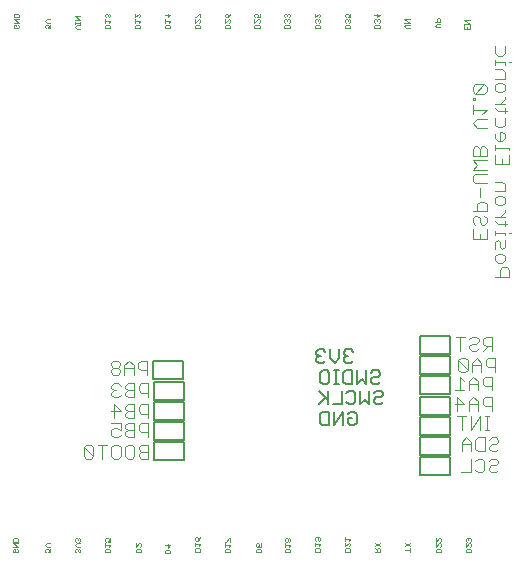
<source format=gbr>
G04 EAGLE Gerber RS-274X export*
G75*
%MOMM*%
%FSLAX34Y34*%
%LPD*%
%INSilkscreen Bottom*%
%IPPOS*%
%AMOC8*
5,1,8,0,0,1.08239X$1,22.5*%
G01*
%ADD10C,0.050800*%
%ADD11C,0.101600*%
%ADD12C,0.127000*%
%ADD13C,0.152400*%


D10*
X80836Y211531D02*
X81585Y210782D01*
X81585Y209283D01*
X80836Y208534D01*
X77838Y208534D01*
X77089Y209283D01*
X77089Y210782D01*
X77838Y211531D01*
X79337Y211531D01*
X79337Y210033D01*
X77089Y213138D02*
X81585Y213138D01*
X77089Y216135D01*
X81585Y216135D01*
X81585Y217742D02*
X77089Y217742D01*
X77089Y219990D01*
X77838Y220739D01*
X80836Y220739D01*
X81585Y219990D01*
X81585Y217742D01*
X108255Y211531D02*
X108255Y208534D01*
X106007Y208534D01*
X106756Y210033D01*
X106756Y210782D01*
X106007Y211531D01*
X104508Y211531D01*
X103759Y210782D01*
X103759Y209283D01*
X104508Y208534D01*
X105258Y213138D02*
X108255Y213138D01*
X105258Y213138D02*
X103759Y214637D01*
X105258Y216135D01*
X108255Y216135D01*
X130658Y207899D02*
X133655Y207899D01*
X130658Y207899D02*
X129159Y209398D01*
X130658Y210896D01*
X133655Y210896D01*
X129159Y212503D02*
X129159Y214002D01*
X129159Y213252D02*
X133655Y213252D01*
X133655Y212503D02*
X133655Y214002D01*
X133655Y215572D02*
X129159Y215572D01*
X129159Y218569D02*
X133655Y215572D01*
X133655Y218569D02*
X129159Y218569D01*
X154559Y208534D02*
X159055Y208534D01*
X154559Y208534D02*
X154559Y210782D01*
X155308Y211531D01*
X158306Y211531D01*
X159055Y210782D01*
X159055Y208534D01*
X157556Y213138D02*
X159055Y214637D01*
X154559Y214637D01*
X154559Y216135D02*
X154559Y213138D01*
X158306Y217742D02*
X159055Y218491D01*
X159055Y219990D01*
X158306Y220739D01*
X157556Y220739D01*
X156807Y219990D01*
X156807Y219240D01*
X156807Y219990D02*
X156058Y220739D01*
X155308Y220739D01*
X154559Y219990D01*
X154559Y218491D01*
X155308Y217742D01*
X179959Y208534D02*
X184455Y208534D01*
X179959Y208534D02*
X179959Y210782D01*
X180708Y211531D01*
X183706Y211531D01*
X184455Y210782D01*
X184455Y208534D01*
X182956Y213138D02*
X184455Y214637D01*
X179959Y214637D01*
X179959Y216135D02*
X179959Y213138D01*
X179959Y217742D02*
X179959Y220739D01*
X179959Y217742D02*
X182956Y220739D01*
X183706Y220739D01*
X184455Y219990D01*
X184455Y218491D01*
X183706Y217742D01*
X205359Y208534D02*
X209855Y208534D01*
X205359Y208534D02*
X205359Y210782D01*
X206108Y211531D01*
X209106Y211531D01*
X209855Y210782D01*
X209855Y208534D01*
X208356Y213138D02*
X209855Y214637D01*
X205359Y214637D01*
X205359Y216135D02*
X205359Y213138D01*
X205359Y219990D02*
X209855Y219990D01*
X207607Y217742D01*
X207607Y220739D01*
X230759Y208534D02*
X235255Y208534D01*
X230759Y208534D02*
X230759Y210782D01*
X231508Y211531D01*
X234506Y211531D01*
X235255Y210782D01*
X235255Y208534D01*
X230759Y213138D02*
X230759Y216135D01*
X230759Y213138D02*
X233756Y216135D01*
X234506Y216135D01*
X235255Y215386D01*
X235255Y213887D01*
X234506Y213138D01*
X235255Y217742D02*
X235255Y220739D01*
X234506Y220739D01*
X231508Y217742D01*
X230759Y217742D01*
X256159Y208534D02*
X260655Y208534D01*
X256159Y208534D02*
X256159Y210782D01*
X256908Y211531D01*
X259906Y211531D01*
X260655Y210782D01*
X260655Y208534D01*
X256159Y213138D02*
X256159Y216135D01*
X256159Y213138D02*
X259156Y216135D01*
X259906Y216135D01*
X260655Y215386D01*
X260655Y213887D01*
X259906Y213138D01*
X259906Y219240D02*
X260655Y220739D01*
X259906Y219240D02*
X258407Y217742D01*
X256908Y217742D01*
X256159Y218491D01*
X256159Y219990D01*
X256908Y220739D01*
X257658Y220739D01*
X258407Y219990D01*
X258407Y217742D01*
X280924Y208534D02*
X285420Y208534D01*
X280924Y208534D02*
X280924Y210782D01*
X281673Y211531D01*
X284671Y211531D01*
X285420Y210782D01*
X285420Y208534D01*
X280924Y213138D02*
X280924Y216135D01*
X280924Y213138D02*
X283921Y216135D01*
X284671Y216135D01*
X285420Y215386D01*
X285420Y213887D01*
X284671Y213138D01*
X285420Y217742D02*
X285420Y220739D01*
X285420Y217742D02*
X283172Y217742D01*
X283921Y219240D01*
X283921Y219990D01*
X283172Y220739D01*
X281673Y220739D01*
X280924Y219990D01*
X280924Y218491D01*
X281673Y217742D01*
X306324Y208534D02*
X310820Y208534D01*
X306324Y208534D02*
X306324Y210782D01*
X307073Y211531D01*
X310071Y211531D01*
X310820Y210782D01*
X310820Y208534D01*
X310071Y213138D02*
X310820Y213887D01*
X310820Y215386D01*
X310071Y216135D01*
X309321Y216135D01*
X308572Y215386D01*
X308572Y214637D01*
X308572Y215386D02*
X307823Y216135D01*
X307073Y216135D01*
X306324Y215386D01*
X306324Y213887D01*
X307073Y213138D01*
X310071Y217742D02*
X310820Y218491D01*
X310820Y219990D01*
X310071Y220739D01*
X309321Y220739D01*
X308572Y219990D01*
X308572Y219240D01*
X308572Y219990D02*
X307823Y220739D01*
X307073Y220739D01*
X306324Y219990D01*
X306324Y218491D01*
X307073Y217742D01*
X332359Y208534D02*
X336855Y208534D01*
X332359Y208534D02*
X332359Y210782D01*
X333108Y211531D01*
X336106Y211531D01*
X336855Y210782D01*
X336855Y208534D01*
X336106Y213138D02*
X336855Y213887D01*
X336855Y215386D01*
X336106Y216135D01*
X335356Y216135D01*
X334607Y215386D01*
X334607Y214637D01*
X334607Y215386D02*
X333858Y216135D01*
X333108Y216135D01*
X332359Y215386D01*
X332359Y213887D01*
X333108Y213138D01*
X332359Y217742D02*
X332359Y220739D01*
X332359Y217742D02*
X335356Y220739D01*
X336106Y220739D01*
X336855Y219990D01*
X336855Y218491D01*
X336106Y217742D01*
X357759Y208534D02*
X362255Y208534D01*
X357759Y208534D02*
X357759Y210782D01*
X358508Y211531D01*
X361506Y211531D01*
X362255Y210782D01*
X362255Y208534D01*
X361506Y213138D02*
X362255Y213887D01*
X362255Y215386D01*
X361506Y216135D01*
X360756Y216135D01*
X360007Y215386D01*
X360007Y214637D01*
X360007Y215386D02*
X359258Y216135D01*
X358508Y216135D01*
X357759Y215386D01*
X357759Y213887D01*
X358508Y213138D01*
X362255Y217742D02*
X362255Y220739D01*
X362255Y217742D02*
X360007Y217742D01*
X360756Y219240D01*
X360756Y219990D01*
X360007Y220739D01*
X358508Y220739D01*
X357759Y219990D01*
X357759Y218491D01*
X358508Y217742D01*
X382524Y208534D02*
X387020Y208534D01*
X382524Y208534D02*
X382524Y210782D01*
X383273Y211531D01*
X386271Y211531D01*
X387020Y210782D01*
X387020Y208534D01*
X386271Y213138D02*
X387020Y213887D01*
X387020Y215386D01*
X386271Y216135D01*
X385521Y216135D01*
X384772Y215386D01*
X384772Y214637D01*
X384772Y215386D02*
X384023Y216135D01*
X383273Y216135D01*
X382524Y215386D01*
X382524Y213887D01*
X383273Y213138D01*
X382524Y219990D02*
X387020Y219990D01*
X384772Y217742D01*
X384772Y220739D01*
X409423Y208534D02*
X412420Y208534D01*
X409423Y208534D02*
X407924Y210033D01*
X409423Y211531D01*
X412420Y211531D01*
X412420Y213138D02*
X407924Y213138D01*
X407924Y216135D02*
X412420Y213138D01*
X412420Y216135D02*
X407924Y216135D01*
X435458Y209169D02*
X438455Y209169D01*
X435458Y209169D02*
X433959Y210668D01*
X435458Y212166D01*
X438455Y212166D01*
X438455Y213773D02*
X433959Y213773D01*
X438455Y213773D02*
X438455Y216021D01*
X437706Y216770D01*
X436207Y216770D01*
X435458Y216021D01*
X435458Y213773D01*
X463220Y210896D02*
X463220Y207899D01*
X458724Y207899D01*
X458724Y210896D01*
X460972Y209398D02*
X460972Y207899D01*
X458724Y212503D02*
X463220Y212503D01*
X458724Y215500D01*
X463220Y215500D01*
X80201Y-232334D02*
X80950Y-233083D01*
X80950Y-234582D01*
X80201Y-235331D01*
X77203Y-235331D01*
X76454Y-234582D01*
X76454Y-233083D01*
X77203Y-232334D01*
X78702Y-232334D01*
X78702Y-233832D01*
X76454Y-230727D02*
X80950Y-230727D01*
X76454Y-227730D01*
X80950Y-227730D01*
X80950Y-226123D02*
X76454Y-226123D01*
X76454Y-223875D01*
X77203Y-223126D01*
X80201Y-223126D01*
X80950Y-223875D01*
X80950Y-226123D01*
X108255Y-232334D02*
X108255Y-235331D01*
X106007Y-235331D01*
X106756Y-233832D01*
X106756Y-233083D01*
X106007Y-232334D01*
X104508Y-232334D01*
X103759Y-233083D01*
X103759Y-234582D01*
X104508Y-235331D01*
X105258Y-230727D02*
X108255Y-230727D01*
X105258Y-230727D02*
X103759Y-229229D01*
X105258Y-227730D01*
X108255Y-227730D01*
X132906Y-235331D02*
X133655Y-234582D01*
X133655Y-233083D01*
X132906Y-232334D01*
X132156Y-232334D01*
X131407Y-233083D01*
X131407Y-233832D01*
X131407Y-233083D02*
X130658Y-232334D01*
X129908Y-232334D01*
X129159Y-233083D01*
X129159Y-234582D01*
X129908Y-235331D01*
X130658Y-230727D02*
X133655Y-230727D01*
X130658Y-230727D02*
X129159Y-229229D01*
X130658Y-227730D01*
X133655Y-227730D01*
X132906Y-226123D02*
X133655Y-225374D01*
X133655Y-223875D01*
X132906Y-223126D01*
X132156Y-223126D01*
X131407Y-223875D01*
X131407Y-224625D01*
X131407Y-223875D02*
X130658Y-223126D01*
X129908Y-223126D01*
X129159Y-223875D01*
X129159Y-225374D01*
X129908Y-226123D01*
X154559Y-235331D02*
X159055Y-235331D01*
X154559Y-235331D02*
X154559Y-233083D01*
X155308Y-232334D01*
X158306Y-232334D01*
X159055Y-233083D01*
X159055Y-235331D01*
X157556Y-230727D02*
X159055Y-229229D01*
X154559Y-229229D01*
X154559Y-230727D02*
X154559Y-227730D01*
X159055Y-226123D02*
X159055Y-223126D01*
X159055Y-226123D02*
X156807Y-226123D01*
X157556Y-224625D01*
X157556Y-223875D01*
X156807Y-223126D01*
X155308Y-223126D01*
X154559Y-223875D01*
X154559Y-225374D01*
X155308Y-226123D01*
X180594Y-235331D02*
X185090Y-235331D01*
X180594Y-235331D02*
X180594Y-233083D01*
X181343Y-232334D01*
X184341Y-232334D01*
X185090Y-233083D01*
X185090Y-235331D01*
X180594Y-230727D02*
X180594Y-227730D01*
X180594Y-230727D02*
X183591Y-227730D01*
X184341Y-227730D01*
X185090Y-228479D01*
X185090Y-229978D01*
X184341Y-230727D01*
X205359Y-235966D02*
X209855Y-235966D01*
X205359Y-235966D02*
X205359Y-233718D01*
X206108Y-232969D01*
X209106Y-232969D01*
X209855Y-233718D01*
X209855Y-235966D01*
X209855Y-229114D02*
X205359Y-229114D01*
X207607Y-231362D02*
X209855Y-229114D01*
X207607Y-228365D02*
X207607Y-231362D01*
X230759Y-234696D02*
X235255Y-234696D01*
X230759Y-234696D02*
X230759Y-232448D01*
X231508Y-231699D01*
X234506Y-231699D01*
X235255Y-232448D01*
X235255Y-234696D01*
X233756Y-230092D02*
X235255Y-228594D01*
X230759Y-228594D01*
X230759Y-230092D02*
X230759Y-227095D01*
X234506Y-223990D02*
X235255Y-222491D01*
X234506Y-223990D02*
X233007Y-225488D01*
X231508Y-225488D01*
X230759Y-224739D01*
X230759Y-223240D01*
X231508Y-222491D01*
X232258Y-222491D01*
X233007Y-223240D01*
X233007Y-225488D01*
X256159Y-235331D02*
X260655Y-235331D01*
X256159Y-235331D02*
X256159Y-233083D01*
X256908Y-232334D01*
X259906Y-232334D01*
X260655Y-233083D01*
X260655Y-235331D01*
X259156Y-230727D02*
X260655Y-229229D01*
X256159Y-229229D01*
X256159Y-230727D02*
X256159Y-227730D01*
X260655Y-226123D02*
X260655Y-223126D01*
X259906Y-223126D01*
X256908Y-226123D01*
X256159Y-226123D01*
X282194Y-235331D02*
X286690Y-235331D01*
X282194Y-235331D02*
X282194Y-233083D01*
X282943Y-232334D01*
X285941Y-232334D01*
X286690Y-233083D01*
X286690Y-235331D01*
X286690Y-230727D02*
X286690Y-227730D01*
X286690Y-230727D02*
X284442Y-230727D01*
X285191Y-229229D01*
X285191Y-228479D01*
X284442Y-227730D01*
X282943Y-227730D01*
X282194Y-228479D01*
X282194Y-229978D01*
X282943Y-230727D01*
X306959Y-235331D02*
X311455Y-235331D01*
X306959Y-235331D02*
X306959Y-233083D01*
X307708Y-232334D01*
X310706Y-232334D01*
X311455Y-233083D01*
X311455Y-235331D01*
X309956Y-230727D02*
X311455Y-229229D01*
X306959Y-229229D01*
X306959Y-230727D02*
X306959Y-227730D01*
X310706Y-226123D02*
X311455Y-225374D01*
X311455Y-223875D01*
X310706Y-223126D01*
X309956Y-223126D01*
X309207Y-223875D01*
X308458Y-223126D01*
X307708Y-223126D01*
X306959Y-223875D01*
X306959Y-225374D01*
X307708Y-226123D01*
X308458Y-226123D01*
X309207Y-225374D01*
X309956Y-226123D01*
X310706Y-226123D01*
X309207Y-225374D02*
X309207Y-223875D01*
X332359Y-234696D02*
X336855Y-234696D01*
X332359Y-234696D02*
X332359Y-232448D01*
X333108Y-231699D01*
X336106Y-231699D01*
X336855Y-232448D01*
X336855Y-234696D01*
X335356Y-230092D02*
X336855Y-228594D01*
X332359Y-228594D01*
X332359Y-230092D02*
X332359Y-227095D01*
X333108Y-225488D02*
X332359Y-224739D01*
X332359Y-223240D01*
X333108Y-222491D01*
X336106Y-222491D01*
X336855Y-223240D01*
X336855Y-224739D01*
X336106Y-225488D01*
X335356Y-225488D01*
X334607Y-224739D01*
X334607Y-222491D01*
X357759Y-234696D02*
X362255Y-234696D01*
X357759Y-234696D02*
X357759Y-232448D01*
X358508Y-231699D01*
X361506Y-231699D01*
X362255Y-232448D01*
X362255Y-234696D01*
X357759Y-230092D02*
X357759Y-227095D01*
X357759Y-230092D02*
X360756Y-227095D01*
X361506Y-227095D01*
X362255Y-227844D01*
X362255Y-229343D01*
X361506Y-230092D01*
X360756Y-225488D02*
X362255Y-223990D01*
X357759Y-223990D01*
X357759Y-225488D02*
X357759Y-222491D01*
X383159Y-234696D02*
X387655Y-234696D01*
X387655Y-232448D01*
X386906Y-231699D01*
X385407Y-231699D01*
X384658Y-232448D01*
X384658Y-234696D01*
X384658Y-233197D02*
X383159Y-231699D01*
X383159Y-227095D02*
X387655Y-230092D01*
X387655Y-227095D02*
X383159Y-230092D01*
X408559Y-233197D02*
X413055Y-233197D01*
X413055Y-231699D02*
X413055Y-234696D01*
X413055Y-230092D02*
X408559Y-227095D01*
X408559Y-230092D02*
X413055Y-227095D01*
X434594Y-235331D02*
X439090Y-235331D01*
X434594Y-235331D02*
X434594Y-233083D01*
X435343Y-232334D01*
X438341Y-232334D01*
X439090Y-233083D01*
X439090Y-235331D01*
X434594Y-230727D02*
X434594Y-227730D01*
X434594Y-230727D02*
X437591Y-227730D01*
X438341Y-227730D01*
X439090Y-228479D01*
X439090Y-229978D01*
X438341Y-230727D01*
X434594Y-226123D02*
X434594Y-223126D01*
X434594Y-226123D02*
X437591Y-223126D01*
X438341Y-223126D01*
X439090Y-223875D01*
X439090Y-225374D01*
X438341Y-226123D01*
X459994Y-235331D02*
X464490Y-235331D01*
X459994Y-235331D02*
X459994Y-233083D01*
X460743Y-232334D01*
X463741Y-232334D01*
X464490Y-233083D01*
X464490Y-235331D01*
X459994Y-230727D02*
X459994Y-227730D01*
X459994Y-230727D02*
X462991Y-227730D01*
X463741Y-227730D01*
X464490Y-228479D01*
X464490Y-229978D01*
X463741Y-230727D01*
X463741Y-226123D02*
X464490Y-225374D01*
X464490Y-223875D01*
X463741Y-223126D01*
X462991Y-223126D01*
X462242Y-223875D01*
X462242Y-224625D01*
X462242Y-223875D02*
X461493Y-223126D01*
X460743Y-223126D01*
X459994Y-223875D01*
X459994Y-225374D01*
X460743Y-226123D01*
D11*
X485013Y-1736D02*
X496707Y-1736D01*
X496707Y4111D01*
X494758Y6060D01*
X490860Y6060D01*
X488911Y4111D01*
X488911Y-1736D01*
X485013Y11907D02*
X485013Y15805D01*
X486962Y17754D01*
X490860Y17754D01*
X492809Y15805D01*
X492809Y11907D01*
X490860Y9958D01*
X486962Y9958D01*
X485013Y11907D01*
X485013Y21652D02*
X485013Y27499D01*
X486962Y29448D01*
X488911Y27499D01*
X488911Y23601D01*
X490860Y21652D01*
X492809Y23601D01*
X492809Y29448D01*
X492809Y33346D02*
X492809Y35295D01*
X485013Y35295D01*
X485013Y33346D02*
X485013Y37244D01*
X496707Y35295D02*
X498656Y35295D01*
X494758Y43091D02*
X486962Y43091D01*
X485013Y45040D01*
X492809Y45040D02*
X492809Y41142D01*
X492809Y48938D02*
X485013Y48938D01*
X488911Y48938D02*
X492809Y52836D01*
X492809Y54785D01*
X485013Y60632D02*
X485013Y64530D01*
X486962Y66479D01*
X490860Y66479D01*
X492809Y64530D01*
X492809Y60632D01*
X490860Y58683D01*
X486962Y58683D01*
X485013Y60632D01*
X485013Y70377D02*
X492809Y70377D01*
X492809Y76224D01*
X490860Y78173D01*
X485013Y78173D01*
X496707Y93765D02*
X496707Y101561D01*
X496707Y93765D02*
X485013Y93765D01*
X485013Y101561D01*
X490860Y97663D02*
X490860Y93765D01*
X496707Y105459D02*
X496707Y107408D01*
X485013Y107408D01*
X485013Y105459D02*
X485013Y109357D01*
X485013Y115204D02*
X485013Y119102D01*
X485013Y115204D02*
X486962Y113255D01*
X490860Y113255D01*
X492809Y115204D01*
X492809Y119102D01*
X490860Y121051D01*
X488911Y121051D01*
X488911Y113255D01*
X492809Y126898D02*
X492809Y132745D01*
X492809Y126898D02*
X490860Y124949D01*
X486962Y124949D01*
X485013Y126898D01*
X485013Y132745D01*
X486962Y138592D02*
X494758Y138592D01*
X486962Y138592D02*
X485013Y140541D01*
X492809Y140541D02*
X492809Y136643D01*
X492809Y144439D02*
X485013Y144439D01*
X488911Y144439D02*
X492809Y148337D01*
X492809Y150286D01*
X485013Y156133D02*
X485013Y160031D01*
X486962Y161980D01*
X490860Y161980D01*
X492809Y160031D01*
X492809Y156133D01*
X490860Y154184D01*
X486962Y154184D01*
X485013Y156133D01*
X485013Y165878D02*
X492809Y165878D01*
X492809Y171725D01*
X490860Y173674D01*
X485013Y173674D01*
X492809Y177572D02*
X492809Y179520D01*
X485013Y179520D01*
X485013Y177572D02*
X485013Y181469D01*
X496707Y179520D02*
X498656Y179520D01*
X492809Y187316D02*
X492809Y193163D01*
X492809Y187316D02*
X490860Y185367D01*
X486962Y185367D01*
X485013Y187316D01*
X485013Y193163D01*
X477657Y38218D02*
X477657Y30423D01*
X465963Y30423D01*
X465963Y38218D01*
X471810Y34320D02*
X471810Y30423D01*
X477657Y47963D02*
X475708Y49912D01*
X477657Y47963D02*
X477657Y44065D01*
X475708Y42116D01*
X473759Y42116D01*
X471810Y44065D01*
X471810Y47963D01*
X469861Y49912D01*
X467912Y49912D01*
X465963Y47963D01*
X465963Y44065D01*
X467912Y42116D01*
X465963Y53810D02*
X477657Y53810D01*
X477657Y59657D01*
X475708Y61606D01*
X471810Y61606D01*
X469861Y59657D01*
X469861Y53810D01*
X471810Y65504D02*
X471810Y73300D01*
X467912Y77198D02*
X477657Y77198D01*
X467912Y77198D02*
X465963Y79147D01*
X465963Y83045D01*
X467912Y84994D01*
X477657Y84994D01*
X477657Y88892D02*
X465963Y88892D01*
X469861Y92790D01*
X465963Y96688D01*
X477657Y96688D01*
X477657Y100586D02*
X465963Y100586D01*
X477657Y100586D02*
X477657Y106433D01*
X475708Y108382D01*
X473759Y108382D01*
X471810Y106433D01*
X469861Y108382D01*
X467912Y108382D01*
X465963Y106433D01*
X465963Y100586D01*
X471810Y100586D02*
X471810Y106433D01*
X469861Y123974D02*
X477657Y123974D01*
X469861Y123974D02*
X465963Y127872D01*
X469861Y131770D01*
X477657Y131770D01*
X473759Y135668D02*
X477657Y139566D01*
X465963Y139566D01*
X465963Y135668D02*
X465963Y143464D01*
X465963Y147362D02*
X467912Y147362D01*
X467912Y149311D01*
X465963Y149311D01*
X465963Y147362D01*
X467912Y153209D02*
X475708Y153209D01*
X477657Y155158D01*
X477657Y159056D01*
X475708Y161005D01*
X467912Y161005D01*
X465963Y159056D01*
X465963Y155158D01*
X467912Y153209D01*
X475708Y161005D01*
D12*
X362583Y-63490D02*
X364490Y-65397D01*
X362583Y-63490D02*
X358770Y-63490D01*
X356864Y-65397D01*
X356864Y-67304D01*
X358770Y-69210D01*
X360677Y-69210D01*
X358770Y-69210D02*
X356864Y-71117D01*
X356864Y-73023D01*
X358770Y-74930D01*
X362583Y-74930D01*
X364490Y-73023D01*
X352796Y-71117D02*
X352796Y-63490D01*
X352796Y-71117D02*
X348983Y-74930D01*
X345170Y-71117D01*
X345170Y-63490D01*
X341102Y-65397D02*
X339195Y-63490D01*
X335382Y-63490D01*
X333476Y-65397D01*
X333476Y-67304D01*
X335382Y-69210D01*
X337289Y-69210D01*
X335382Y-69210D02*
X333476Y-71117D01*
X333476Y-73023D01*
X335382Y-74930D01*
X339195Y-74930D01*
X341102Y-73023D01*
X379724Y-83177D02*
X381630Y-81270D01*
X385443Y-81270D01*
X387350Y-83177D01*
X387350Y-85084D01*
X385443Y-86990D01*
X381630Y-86990D01*
X379724Y-88897D01*
X379724Y-90803D01*
X381630Y-92710D01*
X385443Y-92710D01*
X387350Y-90803D01*
X375656Y-92710D02*
X375656Y-81270D01*
X371843Y-88897D02*
X375656Y-92710D01*
X371843Y-88897D02*
X368030Y-92710D01*
X368030Y-81270D01*
X363962Y-81270D02*
X363962Y-92710D01*
X358242Y-92710D01*
X356336Y-90803D01*
X356336Y-83177D01*
X358242Y-81270D01*
X363962Y-81270D01*
X352268Y-92710D02*
X348455Y-92710D01*
X350361Y-92710D02*
X350361Y-81270D01*
X348455Y-81270D02*
X352268Y-81270D01*
X342566Y-81270D02*
X338752Y-81270D01*
X342566Y-81270D02*
X344472Y-83177D01*
X344472Y-90803D01*
X342566Y-92710D01*
X338752Y-92710D01*
X336846Y-90803D01*
X336846Y-83177D01*
X338752Y-81270D01*
X382313Y-100322D02*
X384220Y-98415D01*
X388033Y-98415D01*
X389940Y-100322D01*
X389940Y-102229D01*
X388033Y-104135D01*
X384220Y-104135D01*
X382313Y-106042D01*
X382313Y-107948D01*
X384220Y-109855D01*
X388033Y-109855D01*
X389940Y-107948D01*
X378246Y-109855D02*
X378246Y-98415D01*
X374433Y-106042D02*
X378246Y-109855D01*
X374433Y-106042D02*
X370620Y-109855D01*
X370620Y-98415D01*
X360832Y-98415D02*
X358926Y-100322D01*
X360832Y-98415D02*
X364645Y-98415D01*
X366552Y-100322D01*
X366552Y-107948D01*
X364645Y-109855D01*
X360832Y-109855D01*
X358926Y-107948D01*
X354858Y-109855D02*
X354858Y-98415D01*
X354858Y-109855D02*
X347232Y-109855D01*
X343164Y-109855D02*
X343164Y-98415D01*
X335538Y-98415D02*
X343164Y-106042D01*
X341257Y-104135D02*
X335538Y-109855D01*
X360039Y-118102D02*
X361945Y-116195D01*
X365758Y-116195D01*
X367665Y-118102D01*
X367665Y-125728D01*
X365758Y-127635D01*
X361945Y-127635D01*
X360039Y-125728D01*
X360039Y-121915D01*
X363852Y-121915D01*
X355971Y-127635D02*
X355971Y-116195D01*
X348345Y-127635D01*
X348345Y-116195D01*
X344277Y-116195D02*
X344277Y-127635D01*
X338557Y-127635D01*
X336651Y-125728D01*
X336651Y-118102D01*
X338557Y-116195D01*
X344277Y-116195D01*
D13*
X446405Y-154940D02*
X446405Y-170180D01*
X421005Y-170180D01*
X421005Y-154940D01*
X446405Y-154940D01*
D11*
X479663Y-157767D02*
X481612Y-155818D01*
X485510Y-155818D01*
X487459Y-157767D01*
X487459Y-159716D01*
X485510Y-161665D01*
X481612Y-161665D01*
X479663Y-163614D01*
X479663Y-165563D01*
X481612Y-167512D01*
X485510Y-167512D01*
X487459Y-165563D01*
X469918Y-155818D02*
X467969Y-157767D01*
X469918Y-155818D02*
X473816Y-155818D01*
X475765Y-157767D01*
X475765Y-165563D01*
X473816Y-167512D01*
X469918Y-167512D01*
X467969Y-165563D01*
X464071Y-167512D02*
X464071Y-155818D01*
X464071Y-167512D02*
X456275Y-167512D01*
D13*
X421005Y-153035D02*
X421005Y-137795D01*
X446405Y-137795D01*
X446405Y-153035D01*
X421005Y-153035D01*
D11*
X479881Y-139862D02*
X481830Y-137913D01*
X485728Y-137913D01*
X487677Y-139862D01*
X487677Y-141811D01*
X485728Y-143760D01*
X481830Y-143760D01*
X479881Y-145709D01*
X479881Y-147658D01*
X481830Y-149607D01*
X485728Y-149607D01*
X487677Y-147658D01*
X475983Y-149607D02*
X475983Y-137913D01*
X475983Y-149607D02*
X470136Y-149607D01*
X468187Y-147658D01*
X468187Y-139862D01*
X470136Y-137913D01*
X475983Y-137913D01*
X464289Y-141811D02*
X464289Y-149607D01*
X464289Y-141811D02*
X460391Y-137913D01*
X456493Y-141811D01*
X456493Y-149607D01*
X456493Y-143760D02*
X464289Y-143760D01*
D13*
X421005Y-135890D02*
X421005Y-120650D01*
X446405Y-120650D01*
X446405Y-135890D01*
X421005Y-135890D01*
D11*
X476159Y-131827D02*
X480057Y-131827D01*
X478108Y-131827D02*
X478108Y-120133D01*
X480057Y-120133D02*
X476159Y-120133D01*
X472261Y-120133D02*
X472261Y-131827D01*
X464465Y-131827D02*
X472261Y-120133D01*
X464465Y-120133D02*
X464465Y-131827D01*
X456669Y-131827D02*
X456669Y-120133D01*
X460567Y-120133D02*
X452771Y-120133D01*
D13*
X421005Y-118745D02*
X421005Y-103505D01*
X446405Y-103505D01*
X446405Y-118745D01*
X421005Y-118745D01*
D11*
X481962Y-115317D02*
X481962Y-103623D01*
X476115Y-103623D01*
X474166Y-105572D01*
X474166Y-109470D01*
X476115Y-111419D01*
X481962Y-111419D01*
X470268Y-115317D02*
X470268Y-107521D01*
X466370Y-103623D01*
X462472Y-107521D01*
X462472Y-115317D01*
X462472Y-109470D02*
X470268Y-109470D01*
X452727Y-115317D02*
X452727Y-103623D01*
X458574Y-109470D01*
X450778Y-109470D01*
D13*
X421005Y-101600D02*
X421005Y-86360D01*
X446405Y-86360D01*
X446405Y-101600D01*
X421005Y-101600D01*
D11*
X481962Y-98172D02*
X481962Y-86478D01*
X476115Y-86478D01*
X474166Y-88427D01*
X474166Y-92325D01*
X476115Y-94274D01*
X481962Y-94274D01*
X470268Y-98172D02*
X470268Y-90376D01*
X466370Y-86478D01*
X462472Y-90376D01*
X462472Y-98172D01*
X462472Y-92325D02*
X470268Y-92325D01*
X458574Y-90376D02*
X454676Y-86478D01*
X454676Y-98172D01*
X458574Y-98172D02*
X450778Y-98172D01*
D13*
X446405Y-84455D02*
X446405Y-69215D01*
X446405Y-84455D02*
X421005Y-84455D01*
X421005Y-69215D01*
X446405Y-69215D01*
D11*
X484919Y-70728D02*
X484919Y-82422D01*
X484919Y-70728D02*
X479072Y-70728D01*
X477123Y-72677D01*
X477123Y-76575D01*
X479072Y-78524D01*
X484919Y-78524D01*
X473225Y-82422D02*
X473225Y-74626D01*
X469327Y-70728D01*
X465429Y-74626D01*
X465429Y-82422D01*
X465429Y-76575D02*
X473225Y-76575D01*
X461531Y-80473D02*
X461531Y-72677D01*
X459582Y-70728D01*
X455684Y-70728D01*
X453735Y-72677D01*
X453735Y-80473D01*
X455684Y-82422D01*
X459582Y-82422D01*
X461531Y-80473D01*
X453735Y-72677D01*
D13*
X421005Y-67310D02*
X421005Y-52070D01*
X446405Y-52070D01*
X446405Y-67310D01*
X421005Y-67310D01*
D11*
X482597Y-64517D02*
X482597Y-52823D01*
X476750Y-52823D01*
X474801Y-54772D01*
X474801Y-58670D01*
X476750Y-60619D01*
X482597Y-60619D01*
X478699Y-60619D02*
X474801Y-64517D01*
X463107Y-54772D02*
X465056Y-52823D01*
X468954Y-52823D01*
X470903Y-54772D01*
X470903Y-56721D01*
X468954Y-58670D01*
X465056Y-58670D01*
X463107Y-60619D01*
X463107Y-62568D01*
X465056Y-64517D01*
X468954Y-64517D01*
X470903Y-62568D01*
X455311Y-64517D02*
X455311Y-52823D01*
X459209Y-52823D02*
X451413Y-52823D01*
D13*
X196215Y-142240D02*
X196215Y-157480D01*
X196215Y-142240D02*
X221615Y-142240D01*
X221615Y-157480D01*
X196215Y-157480D01*
D11*
X191132Y-155957D02*
X191132Y-144263D01*
X185285Y-144263D01*
X183336Y-146212D01*
X183336Y-148161D01*
X185285Y-150110D01*
X183336Y-152059D01*
X183336Y-154008D01*
X185285Y-155957D01*
X191132Y-155957D01*
X191132Y-150110D02*
X185285Y-150110D01*
X177489Y-144263D02*
X173591Y-144263D01*
X177489Y-144263D02*
X179438Y-146212D01*
X179438Y-154008D01*
X177489Y-155957D01*
X173591Y-155957D01*
X171642Y-154008D01*
X171642Y-146212D01*
X173591Y-144263D01*
X165795Y-144263D02*
X161897Y-144263D01*
X165795Y-144263D02*
X167744Y-146212D01*
X167744Y-154008D01*
X165795Y-155957D01*
X161897Y-155957D01*
X159948Y-154008D01*
X159948Y-146212D01*
X161897Y-144263D01*
X152152Y-144263D02*
X152152Y-155957D01*
X156050Y-144263D02*
X148254Y-144263D01*
X144356Y-146212D02*
X144356Y-154008D01*
X144356Y-146212D02*
X142407Y-144263D01*
X138509Y-144263D01*
X136560Y-146212D01*
X136560Y-154008D01*
X138509Y-155957D01*
X142407Y-155957D01*
X144356Y-154008D01*
X136560Y-146212D01*
D13*
X196215Y-140335D02*
X196215Y-125095D01*
X221615Y-125095D01*
X221615Y-140335D01*
X196215Y-140335D01*
D11*
X191132Y-137542D02*
X191132Y-125848D01*
X185285Y-125848D01*
X183336Y-127797D01*
X183336Y-131695D01*
X185285Y-133644D01*
X191132Y-133644D01*
X179438Y-137542D02*
X179438Y-125848D01*
X173591Y-125848D01*
X171642Y-127797D01*
X171642Y-129746D01*
X173591Y-131695D01*
X171642Y-133644D01*
X171642Y-135593D01*
X173591Y-137542D01*
X179438Y-137542D01*
X179438Y-131695D02*
X173591Y-131695D01*
X167744Y-125848D02*
X159948Y-125848D01*
X167744Y-125848D02*
X167744Y-131695D01*
X163846Y-129746D01*
X161897Y-129746D01*
X159948Y-131695D01*
X159948Y-135593D01*
X161897Y-137542D01*
X165795Y-137542D01*
X167744Y-135593D01*
D13*
X196215Y-123190D02*
X196215Y-107950D01*
X221615Y-107950D01*
X221615Y-123190D01*
X196215Y-123190D01*
D11*
X191132Y-121667D02*
X191132Y-109973D01*
X185285Y-109973D01*
X183336Y-111922D01*
X183336Y-115820D01*
X185285Y-117769D01*
X191132Y-117769D01*
X179438Y-121667D02*
X179438Y-109973D01*
X173591Y-109973D01*
X171642Y-111922D01*
X171642Y-113871D01*
X173591Y-115820D01*
X171642Y-117769D01*
X171642Y-119718D01*
X173591Y-121667D01*
X179438Y-121667D01*
X179438Y-115820D02*
X173591Y-115820D01*
X161897Y-121667D02*
X161897Y-109973D01*
X167744Y-115820D01*
X159948Y-115820D01*
D13*
X196215Y-106045D02*
X196215Y-90805D01*
X221615Y-90805D01*
X221615Y-106045D01*
X196215Y-106045D01*
D11*
X191132Y-103887D02*
X191132Y-92193D01*
X185285Y-92193D01*
X183336Y-94142D01*
X183336Y-98040D01*
X185285Y-99989D01*
X191132Y-99989D01*
X179438Y-103887D02*
X179438Y-92193D01*
X173591Y-92193D01*
X171642Y-94142D01*
X171642Y-96091D01*
X173591Y-98040D01*
X171642Y-99989D01*
X171642Y-101938D01*
X173591Y-103887D01*
X179438Y-103887D01*
X179438Y-98040D02*
X173591Y-98040D01*
X167744Y-94142D02*
X165795Y-92193D01*
X161897Y-92193D01*
X159948Y-94142D01*
X159948Y-96091D01*
X161897Y-98040D01*
X163846Y-98040D01*
X161897Y-98040D02*
X159948Y-99989D01*
X159948Y-101938D01*
X161897Y-103887D01*
X165795Y-103887D01*
X167744Y-101938D01*
D13*
X195580Y-88265D02*
X195580Y-73025D01*
X220980Y-73025D01*
X220980Y-88265D01*
X195580Y-88265D01*
D11*
X190497Y-84837D02*
X190497Y-73143D01*
X184650Y-73143D01*
X182701Y-75092D01*
X182701Y-78990D01*
X184650Y-80939D01*
X190497Y-80939D01*
X178803Y-84837D02*
X178803Y-77041D01*
X174905Y-73143D01*
X171007Y-77041D01*
X171007Y-84837D01*
X171007Y-78990D02*
X178803Y-78990D01*
X167109Y-75092D02*
X165160Y-73143D01*
X161262Y-73143D01*
X159313Y-75092D01*
X159313Y-77041D01*
X161262Y-78990D01*
X159313Y-80939D01*
X159313Y-82888D01*
X161262Y-84837D01*
X165160Y-84837D01*
X167109Y-82888D01*
X167109Y-80939D01*
X165160Y-78990D01*
X167109Y-77041D01*
X167109Y-75092D01*
X165160Y-78990D02*
X161262Y-78990D01*
M02*

</source>
